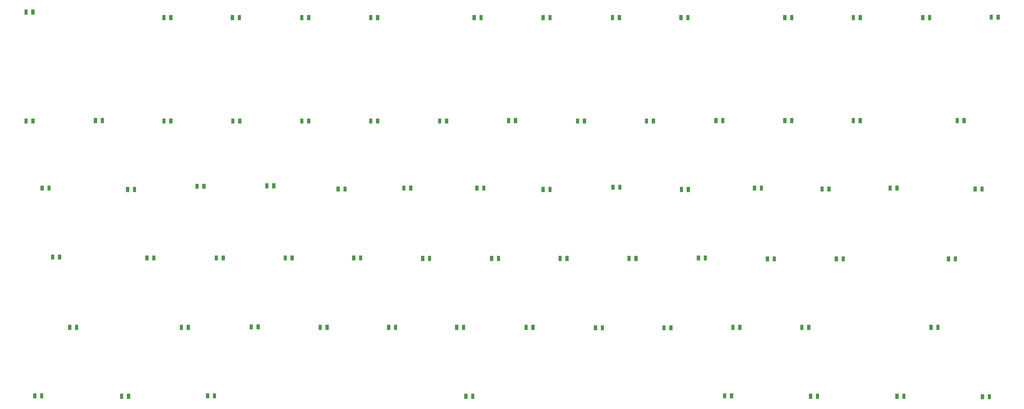
<source format=gtp>
G04 Layer: TopPasteMaskLayer*
G04 EasyEDA v6.3.22, 2020-04-05T15:57:41+08:00*
G04 26a83e50978f4d2e98ee8e0c0de4659f,084ec32517fd449a9a4c349b315ac0e1,10*
G04 Gerber Generator version 0.2*
G04 Scale: 100 percent, Rotated: No, Reflected: No *
G04 Dimensions in inches *
G04 leading zeros omitted , absolute positions ,2 integer and 4 decimal *
%FSLAX24Y24*%
%MOIN*%
G90*
G70D02*


%LPD*%
G36*
G01X5609Y25426D02*
G01X5959Y25426D01*
G01X5959Y24876D01*
G01X5609Y24876D01*
G01X5609Y25426D01*
G37*
G36*
G01X6359Y25426D02*
G01X6709Y25426D01*
G01X6709Y24876D01*
G01X6359Y24876D01*
G01X6359Y25426D01*
G37*
G36*
G01X23609Y2826D02*
G01X23959Y2826D01*
G01X23959Y2276D01*
G01X23609Y2276D01*
G01X23609Y2826D01*
G37*
G36*
G01X24359Y2826D02*
G01X24709Y2826D01*
G01X24709Y2276D01*
G01X24359Y2276D01*
G01X24359Y2826D01*
G37*
G36*
G01X14259Y2776D02*
G01X14609Y2776D01*
G01X14609Y2226D01*
G01X14259Y2226D01*
G01X14259Y2776D01*
G37*
G36*
G01X15009Y2776D02*
G01X15359Y2776D01*
G01X15359Y2226D01*
G01X15009Y2226D01*
G01X15009Y2776D01*
G37*
G36*
G01X4809Y2826D02*
G01X5159Y2826D01*
G01X5159Y2276D01*
G01X4809Y2276D01*
G01X4809Y2826D01*
G37*
G36*
G01X5559Y2826D02*
G01X5909Y2826D01*
G01X5909Y2276D01*
G01X5559Y2276D01*
G01X5559Y2826D01*
G37*
G36*
G01X58259Y10276D02*
G01X58609Y10276D01*
G01X58609Y9726D01*
G01X58259Y9726D01*
G01X58259Y10276D01*
G37*
G36*
G01X59009Y10276D02*
G01X59359Y10276D01*
G01X59359Y9726D01*
G01X59009Y9726D01*
G01X59009Y10276D01*
G37*
G36*
G01X50709Y10276D02*
G01X51059Y10276D01*
G01X51059Y9726D01*
G01X50709Y9726D01*
G01X50709Y10276D01*
G37*
G36*
G01X51459Y10276D02*
G01X51809Y10276D01*
G01X51809Y9726D01*
G01X51459Y9726D01*
G01X51459Y10276D01*
G37*
G36*
G01X35859Y10276D02*
G01X36209Y10276D01*
G01X36209Y9726D01*
G01X35859Y9726D01*
G01X35859Y10276D01*
G37*
G36*
G01X36609Y10276D02*
G01X36959Y10276D01*
G01X36959Y9726D01*
G01X36609Y9726D01*
G01X36609Y10276D01*
G37*
G36*
G01X86409Y32776D02*
G01X86759Y32776D01*
G01X86759Y32226D01*
G01X86409Y32226D01*
G01X86409Y32776D01*
G37*
G36*
G01X87159Y32776D02*
G01X87509Y32776D01*
G01X87509Y32226D01*
G01X87159Y32226D01*
G01X87159Y32776D01*
G37*
G36*
G01X93859Y32776D02*
G01X94209Y32776D01*
G01X94209Y32226D01*
G01X93859Y32226D01*
G01X93859Y32776D01*
G37*
G36*
G01X94609Y32776D02*
G01X94959Y32776D01*
G01X94959Y32226D01*
G01X94609Y32226D01*
G01X94609Y32776D01*
G37*
G36*
G01X105159Y32776D02*
G01X105509Y32776D01*
G01X105509Y32226D01*
G01X105159Y32226D01*
G01X105159Y32776D01*
G37*
G36*
G01X105909Y32776D02*
G01X106259Y32776D01*
G01X106259Y32226D01*
G01X105909Y32226D01*
G01X105909Y32776D01*
G37*
G36*
G01X90459Y25326D02*
G01X90809Y25326D01*
G01X90809Y24776D01*
G01X90459Y24776D01*
G01X90459Y25326D01*
G37*
G36*
G01X91209Y25326D02*
G01X91559Y25326D01*
G01X91559Y24776D01*
G01X91209Y24776D01*
G01X91209Y25326D01*
G37*
G36*
G01X97859Y25426D02*
G01X98209Y25426D01*
G01X98209Y24876D01*
G01X97859Y24876D01*
G01X97859Y25426D01*
G37*
G36*
G01X98609Y25426D02*
G01X98959Y25426D01*
G01X98959Y24876D01*
G01X98609Y24876D01*
G01X98609Y25426D01*
G37*
G36*
G01X107109Y25326D02*
G01X107459Y25326D01*
G01X107459Y24776D01*
G01X107109Y24776D01*
G01X107109Y25326D01*
G37*
G36*
G01X107859Y25326D02*
G01X108209Y25326D01*
G01X108209Y24776D01*
G01X107859Y24776D01*
G01X107859Y25326D01*
G37*
G36*
G01X84509Y17726D02*
G01X84859Y17726D01*
G01X84859Y17176D01*
G01X84509Y17176D01*
G01X84509Y17726D01*
G37*
G36*
G01X85259Y17726D02*
G01X85609Y17726D01*
G01X85609Y17176D01*
G01X85259Y17176D01*
G01X85259Y17726D01*
G37*
G36*
G01X92009Y17726D02*
G01X92359Y17726D01*
G01X92359Y17176D01*
G01X92009Y17176D01*
G01X92009Y17726D01*
G37*
G36*
G01X92759Y17726D02*
G01X93109Y17726D01*
G01X93109Y17176D01*
G01X92759Y17176D01*
G01X92759Y17726D01*
G37*
G36*
G01X104209Y17726D02*
G01X104559Y17726D01*
G01X104559Y17176D01*
G01X104209Y17176D01*
G01X104209Y17726D01*
G37*
G36*
G01X104959Y17726D02*
G01X105309Y17726D01*
G01X105309Y17176D01*
G01X104959Y17176D01*
G01X104959Y17726D01*
G37*
G36*
G01X79859Y2826D02*
G01X80209Y2826D01*
G01X80209Y2276D01*
G01X79859Y2276D01*
G01X79859Y2826D01*
G37*
G36*
G01X80609Y2826D02*
G01X80959Y2826D01*
G01X80959Y2276D01*
G01X80609Y2276D01*
G01X80609Y2826D01*
G37*
G36*
G01X89209Y2776D02*
G01X89559Y2776D01*
G01X89559Y2226D01*
G01X89209Y2226D01*
G01X89209Y2776D01*
G37*
G36*
G01X89959Y2776D02*
G01X90309Y2776D01*
G01X90309Y2226D01*
G01X89959Y2226D01*
G01X89959Y2776D01*
G37*
G36*
G01X98609Y2776D02*
G01X98959Y2776D01*
G01X98959Y2226D01*
G01X98609Y2226D01*
G01X98609Y2776D01*
G37*
G36*
G01X99359Y2776D02*
G01X99709Y2776D01*
G01X99709Y2226D01*
G01X99359Y2226D01*
G01X99359Y2776D01*
G37*
G36*
G01X107909Y2726D02*
G01X108259Y2726D01*
G01X108259Y2176D01*
G01X107909Y2176D01*
G01X107909Y2726D01*
G37*
G36*
G01X108659Y2726D02*
G01X109009Y2726D01*
G01X109009Y2176D01*
G01X108659Y2176D01*
G01X108659Y2726D01*
G37*
G36*
G01X102309Y10276D02*
G01X102659Y10276D01*
G01X102659Y9726D01*
G01X102309Y9726D01*
G01X102309Y10276D01*
G37*
G36*
G01X103059Y10276D02*
G01X103409Y10276D01*
G01X103409Y9726D01*
G01X103059Y9726D01*
G01X103059Y10276D01*
G37*
G36*
G01X88259Y10276D02*
G01X88609Y10276D01*
G01X88609Y9726D01*
G01X88259Y9726D01*
G01X88259Y10276D01*
G37*
G36*
G01X89009Y10276D02*
G01X89359Y10276D01*
G01X89359Y9726D01*
G01X89009Y9726D01*
G01X89009Y10276D01*
G37*
G36*
G01X80759Y10276D02*
G01X81109Y10276D01*
G01X81109Y9726D01*
G01X80759Y9726D01*
G01X80759Y10276D01*
G37*
G36*
G01X81509Y10276D02*
G01X81859Y10276D01*
G01X81859Y9726D01*
G01X81509Y9726D01*
G01X81509Y10276D01*
G37*
G36*
G01X73259Y10226D02*
G01X73609Y10226D01*
G01X73609Y9676D01*
G01X73259Y9676D01*
G01X73259Y10226D01*
G37*
G36*
G01X74009Y10226D02*
G01X74359Y10226D01*
G01X74359Y9676D01*
G01X74009Y9676D01*
G01X74009Y10226D01*
G37*
G36*
G01X65809Y10226D02*
G01X66159Y10226D01*
G01X66159Y9676D01*
G01X65809Y9676D01*
G01X65809Y10226D01*
G37*
G36*
G01X66559Y10226D02*
G01X66909Y10226D01*
G01X66909Y9676D01*
G01X66559Y9676D01*
G01X66559Y10226D01*
G37*
G36*
G01X77009Y17826D02*
G01X77359Y17826D01*
G01X77359Y17276D01*
G01X77009Y17276D01*
G01X77009Y17826D01*
G37*
G36*
G01X77759Y17826D02*
G01X78109Y17826D01*
G01X78109Y17276D01*
G01X77759Y17276D01*
G01X77759Y17826D01*
G37*
G36*
G01X83109Y25426D02*
G01X83459Y25426D01*
G01X83459Y24876D01*
G01X83109Y24876D01*
G01X83109Y25426D01*
G37*
G36*
G01X83859Y25426D02*
G01X84209Y25426D01*
G01X84209Y24876D01*
G01X83859Y24876D01*
G01X83859Y25426D01*
G37*
G36*
G01X78909Y32776D02*
G01X79259Y32776D01*
G01X79259Y32226D01*
G01X78909Y32226D01*
G01X78909Y32776D01*
G37*
G36*
G01X79659Y32776D02*
G01X80009Y32776D01*
G01X80009Y32226D01*
G01X79659Y32226D01*
G01X79659Y32776D01*
G37*
G36*
G01X75159Y25276D02*
G01X75509Y25276D01*
G01X75509Y24726D01*
G01X75159Y24726D01*
G01X75159Y25276D01*
G37*
G36*
G01X75909Y25276D02*
G01X76259Y25276D01*
G01X76259Y24726D01*
G01X75909Y24726D01*
G01X75909Y25276D01*
G37*
G36*
G01X71359Y32726D02*
G01X71709Y32726D01*
G01X71709Y32176D01*
G01X71359Y32176D01*
G01X71359Y32726D01*
G37*
G36*
G01X72109Y32726D02*
G01X72459Y32726D01*
G01X72459Y32176D01*
G01X72109Y32176D01*
G01X72109Y32726D01*
G37*
G36*
G01X67709Y25526D02*
G01X68059Y25526D01*
G01X68059Y24976D01*
G01X67709Y24976D01*
G01X67709Y25526D01*
G37*
G36*
G01X68459Y25526D02*
G01X68809Y25526D01*
G01X68809Y24976D01*
G01X68459Y24976D01*
G01X68459Y25526D01*
G37*
G36*
G01X69459Y17776D02*
G01X69809Y17776D01*
G01X69809Y17226D01*
G01X69459Y17226D01*
G01X69459Y17776D01*
G37*
G36*
G01X70209Y17776D02*
G01X70559Y17776D01*
G01X70559Y17226D01*
G01X70209Y17226D01*
G01X70209Y17776D01*
G37*
G36*
G01X37809Y25326D02*
G01X38159Y25326D01*
G01X38159Y24776D01*
G01X37809Y24776D01*
G01X37809Y25326D01*
G37*
G36*
G01X38559Y25326D02*
G01X38909Y25326D01*
G01X38909Y24776D01*
G01X38559Y24776D01*
G01X38559Y25326D01*
G37*
G36*
G01X61959Y17776D02*
G01X62309Y17776D01*
G01X62309Y17226D01*
G01X61959Y17226D01*
G01X61959Y17776D01*
G37*
G36*
G01X62709Y17776D02*
G01X63059Y17776D01*
G01X63059Y17226D01*
G01X62709Y17226D01*
G01X62709Y17776D01*
G37*
G36*
G01X60109Y25276D02*
G01X60459Y25276D01*
G01X60459Y24726D01*
G01X60109Y24726D01*
G01X60109Y25276D01*
G37*
G36*
G01X60859Y25276D02*
G01X61209Y25276D01*
G01X61209Y24726D01*
G01X60859Y24726D01*
G01X60859Y25276D01*
G37*
G36*
G01X63859Y32726D02*
G01X64209Y32726D01*
G01X64209Y32176D01*
G01X63859Y32176D01*
G01X63859Y32726D01*
G37*
G36*
G01X64609Y32726D02*
G01X64959Y32726D01*
G01X64959Y32176D01*
G01X64609Y32176D01*
G01X64609Y32726D01*
G37*
G36*
G01X56359Y32776D02*
G01X56709Y32776D01*
G01X56709Y32226D01*
G01X56359Y32226D01*
G01X56359Y32776D01*
G37*
G36*
G01X57109Y32776D02*
G01X57459Y32776D01*
G01X57459Y32226D01*
G01X57109Y32226D01*
G01X57109Y32776D01*
G37*
G36*
G01X52909Y25426D02*
G01X53259Y25426D01*
G01X53259Y24876D01*
G01X52909Y24876D01*
G01X52909Y25426D01*
G37*
G36*
G01X53659Y25426D02*
G01X54009Y25426D01*
G01X54009Y24876D01*
G01X53659Y24876D01*
G01X53659Y25426D01*
G37*
G36*
G01X54509Y17776D02*
G01X54859Y17776D01*
G01X54859Y17226D01*
G01X54509Y17226D01*
G01X54509Y17776D01*
G37*
G36*
G01X55259Y17776D02*
G01X55609Y17776D01*
G01X55609Y17226D01*
G01X55259Y17226D01*
G01X55259Y17776D01*
G37*
G36*
G01X39509Y17826D02*
G01X39859Y17826D01*
G01X39859Y17276D01*
G01X39509Y17276D01*
G01X39509Y17826D01*
G37*
G36*
G01X40259Y17826D02*
G01X40609Y17826D01*
G01X40609Y17276D01*
G01X40259Y17276D01*
G01X40259Y17826D01*
G37*
G36*
G01X3859Y32726D02*
G01X4209Y32726D01*
G01X4209Y32176D01*
G01X3859Y32176D01*
G01X3859Y32726D01*
G37*
G36*
G01X4609Y32726D02*
G01X4959Y32726D01*
G01X4959Y32176D01*
G01X4609Y32176D01*
G01X4609Y32726D01*
G37*
G36*
G01X48859Y32726D02*
G01X49209Y32726D01*
G01X49209Y32176D01*
G01X48859Y32176D01*
G01X48859Y32726D01*
G37*
G36*
G01X49609Y32726D02*
G01X49959Y32726D01*
G01X49959Y32176D01*
G01X49609Y32176D01*
G01X49609Y32726D01*
G37*
G36*
G01X33859Y32726D02*
G01X34209Y32726D01*
G01X34209Y32176D01*
G01X33859Y32176D01*
G01X33859Y32726D01*
G37*
G36*
G01X34609Y32726D02*
G01X34959Y32726D01*
G01X34959Y32176D01*
G01X34609Y32176D01*
G01X34609Y32726D01*
G37*
G36*
G01X28359Y10326D02*
G01X28709Y10326D01*
G01X28709Y9776D01*
G01X28359Y9776D01*
G01X28359Y10326D01*
G37*
G36*
G01X29109Y10326D02*
G01X29459Y10326D01*
G01X29459Y9776D01*
G01X29109Y9776D01*
G01X29109Y10326D01*
G37*
G36*
G01X32059Y17826D02*
G01X32409Y17826D01*
G01X32409Y17276D01*
G01X32059Y17276D01*
G01X32059Y17826D01*
G37*
G36*
G01X32809Y17826D02*
G01X33159Y17826D01*
G01X33159Y17276D01*
G01X32809Y17276D01*
G01X32809Y17826D01*
G37*
G36*
G01X30059Y25676D02*
G01X30409Y25676D01*
G01X30409Y25126D01*
G01X30059Y25126D01*
G01X30059Y25676D01*
G37*
G36*
G01X30809Y25676D02*
G01X31159Y25676D01*
G01X31159Y25126D01*
G01X30809Y25126D01*
G01X30809Y25676D01*
G37*
G36*
G01X26359Y32726D02*
G01X26709Y32726D01*
G01X26709Y32176D01*
G01X26359Y32176D01*
G01X26359Y32726D01*
G37*
G36*
G01X27109Y32726D02*
G01X27459Y32726D01*
G01X27459Y32176D01*
G01X27109Y32176D01*
G01X27109Y32726D01*
G37*
G36*
G01X43309Y10276D02*
G01X43659Y10276D01*
G01X43659Y9726D01*
G01X43309Y9726D01*
G01X43309Y10276D01*
G37*
G36*
G01X44059Y10276D02*
G01X44409Y10276D01*
G01X44409Y9726D01*
G01X44059Y9726D01*
G01X44059Y10276D01*
G37*
G36*
G01X47009Y17776D02*
G01X47359Y17776D01*
G01X47359Y17226D01*
G01X47009Y17226D01*
G01X47009Y17776D01*
G37*
G36*
G01X47759Y17776D02*
G01X48109Y17776D01*
G01X48109Y17226D01*
G01X47759Y17226D01*
G01X47759Y17776D01*
G37*
G36*
G01X44959Y25426D02*
G01X45309Y25426D01*
G01X45309Y24876D01*
G01X44959Y24876D01*
G01X44959Y25426D01*
G37*
G36*
G01X45709Y25426D02*
G01X46059Y25426D01*
G01X46059Y24876D01*
G01X45709Y24876D01*
G01X45709Y25426D01*
G37*
G36*
G01X41359Y32726D02*
G01X41709Y32726D01*
G01X41709Y32176D01*
G01X41359Y32176D01*
G01X41359Y32726D01*
G37*
G36*
G01X42109Y32726D02*
G01X42459Y32726D01*
G01X42459Y32176D01*
G01X42109Y32176D01*
G01X42109Y32726D01*
G37*
G36*
G01X20759Y10276D02*
G01X21109Y10276D01*
G01X21109Y9726D01*
G01X20759Y9726D01*
G01X20759Y10276D01*
G37*
G36*
G01X21509Y10276D02*
G01X21859Y10276D01*
G01X21859Y9726D01*
G01X21509Y9726D01*
G01X21509Y10276D01*
G37*
G36*
G01X24559Y17826D02*
G01X24909Y17826D01*
G01X24909Y17276D01*
G01X24559Y17276D01*
G01X24559Y17826D01*
G37*
G36*
G01X25309Y17826D02*
G01X25659Y17826D01*
G01X25659Y17276D01*
G01X25309Y17276D01*
G01X25309Y17826D01*
G37*
G36*
G01X22459Y25626D02*
G01X22809Y25626D01*
G01X22809Y25076D01*
G01X22459Y25076D01*
G01X22459Y25626D01*
G37*
G36*
G01X23209Y25626D02*
G01X23559Y25626D01*
G01X23559Y25076D01*
G01X23209Y25076D01*
G01X23209Y25626D01*
G37*
G36*
G01X17009Y17826D02*
G01X17359Y17826D01*
G01X17359Y17276D01*
G01X17009Y17276D01*
G01X17009Y17826D01*
G37*
G36*
G01X17759Y17826D02*
G01X18109Y17826D01*
G01X18109Y17276D01*
G01X17759Y17276D01*
G01X17759Y17826D01*
G37*
G36*
G01X14909Y25276D02*
G01X15259Y25276D01*
G01X15259Y24726D01*
G01X14909Y24726D01*
G01X14909Y25276D01*
G37*
G36*
G01X15659Y25276D02*
G01X16009Y25276D01*
G01X16009Y24726D01*
G01X15659Y24726D01*
G01X15659Y25276D01*
G37*
G36*
G01X8609Y10276D02*
G01X8959Y10276D01*
G01X8959Y9726D01*
G01X8609Y9726D01*
G01X8609Y10276D01*
G37*
G36*
G01X9359Y10276D02*
G01X9709Y10276D01*
G01X9709Y9726D01*
G01X9359Y9726D01*
G01X9359Y10276D01*
G37*
G36*
G01X6759Y17926D02*
G01X7109Y17926D01*
G01X7109Y17376D01*
G01X6759Y17376D01*
G01X6759Y17926D01*
G37*
G36*
G01X7509Y17926D02*
G01X7859Y17926D01*
G01X7859Y17376D01*
G01X7509Y17376D01*
G01X7509Y17926D01*
G37*
G36*
G01X18859Y32726D02*
G01X19209Y32726D01*
G01X19209Y32176D01*
G01X18859Y32176D01*
G01X18859Y32726D01*
G37*
G36*
G01X19609Y32726D02*
G01X19959Y32726D01*
G01X19959Y32176D01*
G01X19609Y32176D01*
G01X19609Y32726D01*
G37*
G36*
G01X11409Y32776D02*
G01X11759Y32776D01*
G01X11759Y32226D01*
G01X11409Y32226D01*
G01X11409Y32776D01*
G37*
G36*
G01X12159Y32776D02*
G01X12509Y32776D01*
G01X12509Y32226D01*
G01X12159Y32226D01*
G01X12159Y32776D01*
G37*
G36*
G01X51709Y2776D02*
G01X52059Y2776D01*
G01X52059Y2226D01*
G01X51709Y2226D01*
G01X51709Y2776D01*
G37*
G36*
G01X52459Y2776D02*
G01X52809Y2776D01*
G01X52809Y2226D01*
G01X52459Y2226D01*
G01X52459Y2776D01*
G37*
G36*
G01X18859Y43976D02*
G01X19209Y43976D01*
G01X19209Y43426D01*
G01X18859Y43426D01*
G01X18859Y43976D01*
G37*
G36*
G01X19609Y43976D02*
G01X19959Y43976D01*
G01X19959Y43426D01*
G01X19609Y43426D01*
G01X19609Y43976D01*
G37*
G36*
G01X26309Y43976D02*
G01X26659Y43976D01*
G01X26659Y43426D01*
G01X26309Y43426D01*
G01X26309Y43976D01*
G37*
G36*
G01X27059Y43976D02*
G01X27409Y43976D01*
G01X27409Y43426D01*
G01X27059Y43426D01*
G01X27059Y43976D01*
G37*
G36*
G01X52609Y43976D02*
G01X52959Y43976D01*
G01X52959Y43426D01*
G01X52609Y43426D01*
G01X52609Y43976D01*
G37*
G36*
G01X53359Y43976D02*
G01X53709Y43976D01*
G01X53709Y43426D01*
G01X53359Y43426D01*
G01X53359Y43976D01*
G37*
G36*
G01X33859Y43976D02*
G01X34209Y43976D01*
G01X34209Y43426D01*
G01X33859Y43426D01*
G01X33859Y43976D01*
G37*
G36*
G01X34609Y43976D02*
G01X34959Y43976D01*
G01X34959Y43426D01*
G01X34609Y43426D01*
G01X34609Y43976D01*
G37*
G36*
G01X41359Y43976D02*
G01X41709Y43976D01*
G01X41709Y43426D01*
G01X41359Y43426D01*
G01X41359Y43976D01*
G37*
G36*
G01X42109Y43976D02*
G01X42459Y43976D01*
G01X42459Y43426D01*
G01X42109Y43426D01*
G01X42109Y43976D01*
G37*
G36*
G01X60109Y43976D02*
G01X60459Y43976D01*
G01X60459Y43426D01*
G01X60109Y43426D01*
G01X60109Y43976D01*
G37*
G36*
G01X60859Y43976D02*
G01X61209Y43976D01*
G01X61209Y43426D01*
G01X60859Y43426D01*
G01X60859Y43976D01*
G37*
G36*
G01X3859Y44576D02*
G01X4209Y44576D01*
G01X4209Y44026D01*
G01X3859Y44026D01*
G01X3859Y44576D01*
G37*
G36*
G01X4609Y44576D02*
G01X4959Y44576D01*
G01X4959Y44026D01*
G01X4609Y44026D01*
G01X4609Y44576D01*
G37*
G36*
G01X67659Y43976D02*
G01X68009Y43976D01*
G01X68009Y43426D01*
G01X67659Y43426D01*
G01X67659Y43976D01*
G37*
G36*
G01X68409Y43976D02*
G01X68759Y43976D01*
G01X68759Y43426D01*
G01X68409Y43426D01*
G01X68409Y43976D01*
G37*
G36*
G01X75109Y43976D02*
G01X75459Y43976D01*
G01X75459Y43426D01*
G01X75109Y43426D01*
G01X75109Y43976D01*
G37*
G36*
G01X75859Y43976D02*
G01X76209Y43976D01*
G01X76209Y43426D01*
G01X75859Y43426D01*
G01X75859Y43976D01*
G37*
G36*
G01X86409Y43976D02*
G01X86759Y43976D01*
G01X86759Y43426D01*
G01X86409Y43426D01*
G01X86409Y43976D01*
G37*
G36*
G01X87159Y43976D02*
G01X87509Y43976D01*
G01X87509Y43426D01*
G01X87159Y43426D01*
G01X87159Y43976D01*
G37*
G36*
G01X93859Y43976D02*
G01X94209Y43976D01*
G01X94209Y43426D01*
G01X93859Y43426D01*
G01X93859Y43976D01*
G37*
G36*
G01X94609Y43976D02*
G01X94959Y43976D01*
G01X94959Y43426D01*
G01X94609Y43426D01*
G01X94609Y43976D01*
G37*
G36*
G01X108859Y44026D02*
G01X109209Y44026D01*
G01X109209Y43476D01*
G01X108859Y43476D01*
G01X108859Y44026D01*
G37*
G36*
G01X109609Y44026D02*
G01X109959Y44026D01*
G01X109959Y43476D01*
G01X109609Y43476D01*
G01X109609Y44026D01*
G37*
G36*
G01X101409Y43976D02*
G01X101759Y43976D01*
G01X101759Y43426D01*
G01X101409Y43426D01*
G01X101409Y43976D01*
G37*
G36*
G01X102159Y43976D02*
G01X102509Y43976D01*
G01X102509Y43426D01*
G01X102159Y43426D01*
G01X102159Y43976D01*
G37*
M00*
M02*

</source>
